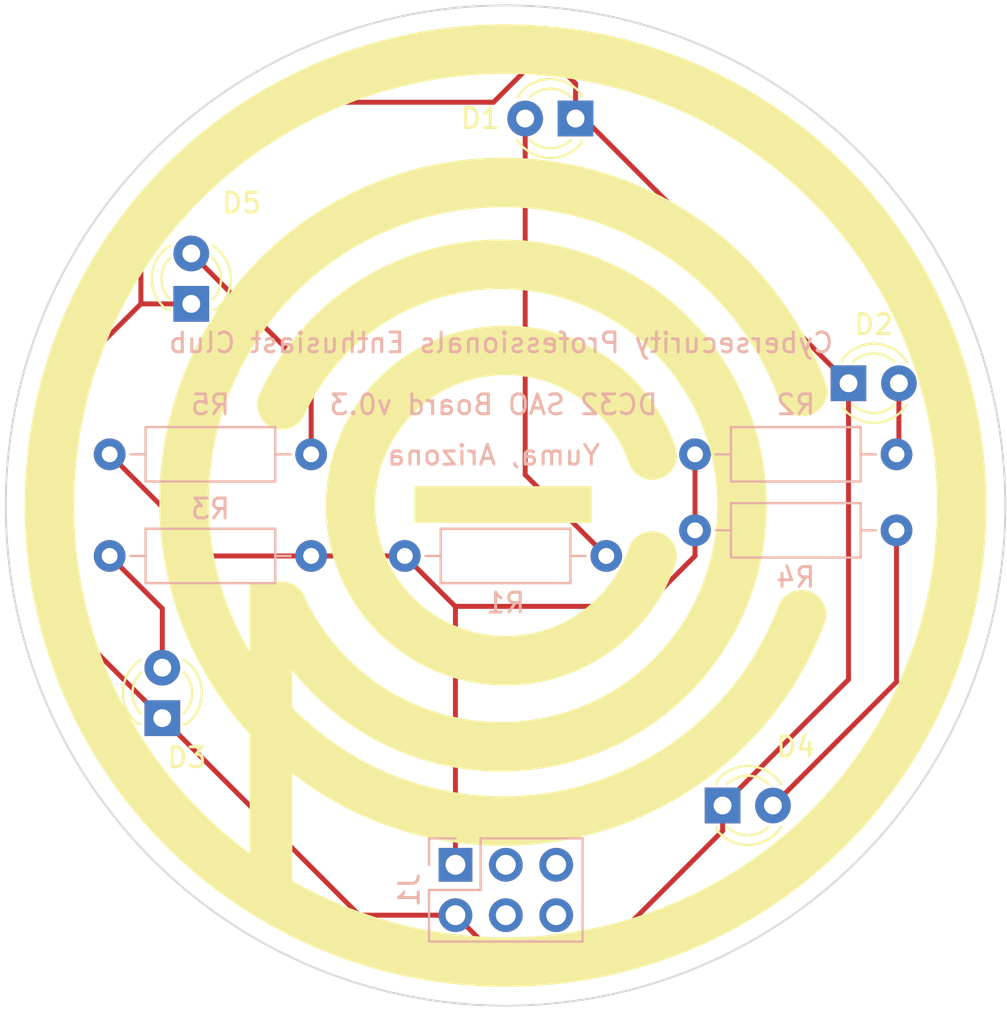
<source format=kicad_pcb>
(kicad_pcb (version 20211014) (generator pcbnew)
  (layers (0 "F.Cu" signal) (31 "B.Cu" signal) (34 "B.Paste" user) (35 "F.Paste" user) (36 "B.SilkS" user "B.Silkscreen") (37 "F.SilkS" user "F.Silkscreen") (38 "B.Mask" user) (39 "F.Mask" user) (44 "Edge.Cuts" user))
  (net 0 "")
  (net 1 "Net-(D1-Pad1)")
  (net 2 "Net-(D1-Pad2)")
  (net 3 "Net-(D2-Pad2)")
  (net 4 "Net-(D3-Pad2)")
  (net 5 "Net-(D4-Pad2)")
  (net 6 "Net-(D5-Pad2)")
  (net 7 "Net-(J1-Pad1)")
  (footprint "LED_THT:LED_D3.0mm" (layer "F.Cu") (at 139.82 70.04)
    (fp_text reference "D2" (at 1.27 -2.96) (layer "F.SilkS"))
    (fp_text value "LED")
    (fp_line (start -0.29 -1.236) (end -0.29 -1.08) (layer "F.SilkS") (width 0.12))
    (fp_line (start -0.29 1.08) (end -0.29 1.236) (layer "F.SilkS") (width 0.12))
    (fp_arc (start 2.942335 1.078608) (mid 1.366487 1.987659) (end -0.29 1.235516) (layer "F.SilkS") (width 0.12))
    (fp_arc (start 0.229039 -1.08) (mid 1.270117 -1.5) (end 2.31113 -1.079837) (layer "F.SilkS") (width 0.12))
    (fp_arc (start -0.29 -1.235516) (mid 1.366487 -1.987659) (end 2.942335 -1.078608) (layer "F.SilkS") (width 0.12))
    (fp_arc (start 2.31113 1.079837) (mid 1.270117 1.5) (end 0.229039 1.08) (layer "F.SilkS") (width 0.12))
    (pad "1" thru_hole rect (at 0 0) (size 1.8 1.8) (drill 0.9) (layers *.Cu *.Mask) (net 1 "Net-(D1-Pad1)"))
    (pad "2" thru_hole circle (at 2.54 0) (size 1.8 1.8) (drill 0.9) (layers *.Cu *.Mask) (net 3 "Net-(D2-Pad2)"))
  )
  (footprint "LED_THT:LED_D3.0mm" (layer "F.Cu") (at 106.68 66.04 90)
    (fp_text reference "D5" (at 5.08 2.54 180) (layer "F.SilkS"))
    (fp_text value "LED")
    (fp_line (start -0.29 1.08) (end -0.29 1.236) (layer "F.SilkS") (width 0.12))
    (fp_line (start -0.29 -1.236) (end -0.29 -1.08) (layer "F.SilkS") (width 0.12))
    (fp_arc (start 0.229039 -1.08) (mid 1.270117 -1.5) (end 2.31113 -1.079837) (layer "F.SilkS") (width 0.12))
    (fp_arc (start 2.942335 1.078608) (mid 1.366487 1.987659) (end -0.29 1.235516) (layer "F.SilkS") (width 0.12))
    (fp_arc (start -0.29 -1.235516) (mid 1.366487 -1.987659) (end 2.942335 -1.078608) (layer "F.SilkS") (width 0.12))
    (fp_arc (start 2.31113 1.079837) (mid 1.270117 1.5) (end 0.229039 1.08) (layer "F.SilkS") (width 0.12))
    (pad "1" thru_hole rect (at 0 0 90) (size 1.8 1.8) (drill 0.9) (layers *.Cu *.Mask) (net 1 "Net-(D1-Pad1)"))
    (pad "2" thru_hole circle (at 2.54 0 90) (size 1.8 1.8) (drill 0.9) (layers *.Cu *.Mask) (net 6 "Net-(D5-Pad2)"))
  )
  (footprint "LED_THT:LED_D3.0mm" (layer "F.Cu") (at 105.22 86.910961 90)
    (fp_text reference "D3" (at -1.989039 1.236 180) (layer "F.SilkS"))
    (fp_text value "LED")
    (fp_line (start -0.29 1.08) (end -0.29 1.236) (layer "F.SilkS") (width 0.12))
    (fp_line (start -0.29 -1.236) (end -0.29 -1.08) (layer "F.SilkS") (width 0.12))
    (fp_arc (start 2.31113 1.079837) (mid 1.270117 1.5) (end 0.229039 1.08) (layer "F.SilkS") (width 0.12))
    (fp_arc (start 2.942335 1.078608) (mid 1.366487 1.987659) (end -0.29 1.235516) (layer "F.SilkS") (width 0.12))
    (fp_arc (start 0.229039 -1.08) (mid 1.270117 -1.5) (end 2.31113 -1.079837) (layer "F.SilkS") (width 0.12))
    (fp_arc (start -0.29 -1.235516) (mid 1.366487 -1.987659) (end 2.942335 -1.078608) (layer "F.SilkS") (width 0.12))
    (pad "1" thru_hole rect (at 0 0 90) (size 1.8 1.8) (drill 0.9) (layers *.Cu *.Mask) (net 1 "Net-(D1-Pad1)"))
    (pad "2" thru_hole circle (at 2.54 0 90) (size 1.8 1.8) (drill 0.9) (layers *.Cu *.Mask) (net 4 "Net-(D3-Pad2)"))
  )
  (footprint "LED_THT:LED_D3.0mm" (layer "F.Cu") (at 133.47 91.314014)
    (fp_text reference "D4" (at 3.69 -2.96) (layer "F.SilkS"))
    (fp_text value "LED")
    (fp_line (start -0.29 -1.236) (end -0.29 -1.08) (layer "F.SilkS") (width 0.12))
    (fp_line (start -0.29 1.08) (end -0.29 1.236) (layer "F.SilkS") (width 0.12))
    (fp_arc (start 2.31113 1.079837) (mid 1.270117 1.5) (end 0.229039 1.08) (layer "F.SilkS") (width 0.12))
    (fp_arc (start 0.229039 -1.08) (mid 1.270117 -1.5) (end 2.31113 -1.079837) (layer "F.SilkS") (width 0.12))
    (fp_arc (start 2.942335 1.078608) (mid 1.366487 1.987659) (end -0.29 1.235516) (layer "F.SilkS") (width 0.12))
    (fp_arc (start -0.29 -1.235516) (mid 1.366487 -1.987659) (end 2.942335 -1.078608) (layer "F.SilkS") (width 0.12))
    (pad "1" thru_hole rect (at 0 0) (size 1.8 1.8) (drill 0.9) (layers *.Cu *.Mask) (net 1 "Net-(D1-Pad1)"))
    (pad "2" thru_hole circle (at 2.54 0) (size 1.8 1.8) (drill 0.9) (layers *.Cu *.Mask) (net 5 "Net-(D4-Pad2)"))
  )
  (footprint "LED_THT:LED_D3.0mm" (layer "F.Cu") (at 126.056156 56.70143 180)
    (fp_text reference "D1" (at 4.796535 0) (layer "F.SilkS"))
    (fp_text value "LED")
    (fp_line (start -0.29 -1.236) (end -0.29 -1.08) (layer "F.SilkS") (width 0.12))
    (fp_line (start -0.29 1.08) (end -0.29 1.236) (layer "F.SilkS") (width 0.12))
    (fp_arc (start -0.29 -1.235516) (mid 1.366487 -1.987659) (end 2.942335 -1.078608) (layer "F.SilkS") (width 0.12))
    (fp_arc (start 2.31113 1.079837) (mid 1.270117 1.5) (end 0.229039 1.08) (layer "F.SilkS") (width 0.12))
    (fp_arc (start 0.229039 -1.08) (mid 1.270117 -1.5) (end 2.31113 -1.079837) (layer "F.SilkS") (width 0.12))
    (fp_arc (start 2.942335 1.078608) (mid 1.366487 1.987659) (end -0.29 1.235516) (layer "F.SilkS") (width 0.12))
    (pad "1" thru_hole rect (at 0 0 180) (size 1.8 1.8) (drill 0.9) (layers *.Cu *.Mask) (net 1 "Net-(D1-Pad1)"))
    (pad "2" thru_hole circle (at 2.54 0 180) (size 1.8 1.8) (drill 0.9) (layers *.Cu *.Mask) (net 2 "Net-(D1-Pad2)"))
  )
  (footprint "Resistor_THT:R_Axial_DIN0207_L6.3mm_D2.5mm_P10.16mm_Horizontal" (layer "B.Cu") (at 102.565 73.62)
    (fp_text reference "R5" (at 5.08 -2.5) (layer "B.SilkS") (effects (justify mirror)))
    (fp_text value "62")
    (fp_line (start 9.12 0) (end 8.35 0) (layer "B.SilkS") (width 0.12))
    (fp_line (start 1.04 0) (end 1.81 0) (layer "B.SilkS") (width 0.12))
    (fp_line (start 8.35 1.37) (end 1.81 1.37) (layer "B.SilkS") (width 0.12))
    (fp_line (start 1.81 -1.37) (end 8.35 -1.37) (layer "B.SilkS") (width 0.12))
    (fp_line (start 8.35 -1.37) (end 8.35 1.37) (layer "B.SilkS") (width 0.12))
    (fp_line (start 1.81 1.37) (end 1.81 -1.37) (layer "B.SilkS") (width 0.12))
    (pad "1" thru_hole circle (at 0 0) (size 1.6 1.6) (drill 0.8) (layers *.Cu *.Mask) (net 7 "Net-(J1-Pad1)"))
    (pad "2" thru_hole oval (at 10.16 0) (size 1.6 1.6) (drill 0.8) (layers *.Cu *.Mask) (net 6 "Net-(D5-Pad2)"))
  )
  (footprint "Resistor_THT:R_Axial_DIN0207_L6.3mm_D2.5mm_P10.16mm_Horizontal" (layer "B.Cu") (at 132.08 73.62)
    (fp_text reference "R2" (at 5.08 -2.5) (layer "B.SilkS") (effects (justify mirror)))
    (fp_text value "62")
    (fp_line (start 8.35 1.37) (end 1.81 1.37) (layer "B.SilkS") (width 0.12))
    (fp_line (start 1.81 -1.37) (end 8.35 -1.37) (layer "B.SilkS") (width 0.12))
    (fp_line (start 8.35 -1.37) (end 8.35 1.37) (layer "B.SilkS") (width 0.12))
    (fp_line (start 1.81 1.37) (end 1.81 -1.37) (layer "B.SilkS") (width 0.12))
    (fp_line (start 9.12 0) (end 8.35 0) (layer "B.SilkS") (width 0.12))
    (fp_line (start 1.04 0) (end 1.81 0) (layer "B.SilkS") (width 0.12))
    (pad "1" thru_hole circle (at 0 0) (size 1.6 1.6) (drill 0.8) (layers *.Cu *.Mask) (net 7 "Net-(J1-Pad1)"))
    (pad "2" thru_hole oval (at 10.16 0) (size 1.6 1.6) (drill 0.8) (layers *.Cu *.Mask) (net 3 "Net-(D2-Pad2)"))
  )
  (footprint "Resistor_THT:R_Axial_DIN0207_L6.3mm_D2.5mm_P10.16mm_Horizontal" (layer "B.Cu") (at 112.725 78.74 180)
    (fp_text reference "R3" (at 5.08 2.37) (layer "B.SilkS") (effects (justify mirror)))
    (fp_text value "62")
    (fp_line (start 1.04 0) (end 1.81 0) (layer "B.SilkS") (width 0.12))
    (fp_line (start 1.81 -1.37) (end 8.35 -1.37) (layer "B.SilkS") (width 0.12))
    (fp_line (start 8.35 -1.37) (end 8.35 1.37) (layer "B.SilkS") (width 0.12))
    (fp_line (start 8.35 1.37) (end 1.81 1.37) (layer "B.SilkS") (width 0.12))
    (fp_line (start 9.12 0) (end 8.35 0) (layer "B.SilkS") (width 0.12))
    (fp_line (start 1.81 1.37) (end 1.81 -1.37) (layer "B.SilkS") (width 0.12))
    (pad "1" thru_hole circle (at 0 0 180) (size 1.6 1.6) (drill 0.8) (layers *.Cu *.Mask) (net 7 "Net-(J1-Pad1)"))
    (pad "2" thru_hole oval (at 10.16 0 180) (size 1.6 1.6) (drill 0.8) (layers *.Cu *.Mask) (net 4 "Net-(D3-Pad2)"))
  )
  (footprint "Resistor_THT:R_Axial_DIN0207_L6.3mm_D2.5mm_P10.16mm_Horizontal" (layer "B.Cu") (at 132.08 77.45)
    (fp_text reference "R4" (at 5.08 2.37) (layer "B.SilkS") (effects (justify mirror)))
    (fp_text value "62")
    (fp_line (start 9.12 0) (end 8.35 0) (layer "B.SilkS") (width 0.12))
    (fp_line (start 1.81 -1.37) (end 8.35 -1.37) (layer "B.SilkS") (width 0.12))
    (fp_line (start 8.35 1.37) (end 1.81 1.37) (layer "B.SilkS") (width 0.12))
    (fp_line (start 8.35 -1.37) (end 8.35 1.37) (layer "B.SilkS") (width 0.12))
    (fp_line (start 1.81 1.37) (end 1.81 -1.37) (layer "B.SilkS") (width 0.12))
    (fp_line (start 1.04 0) (end 1.81 0) (layer "B.SilkS") (width 0.12))
    (pad "1" thru_hole circle (at 0 0) (size 1.6 1.6) (drill 0.8) (layers *.Cu *.Mask) (net 7 "Net-(J1-Pad1)"))
    (pad "2" thru_hole oval (at 10.16 0) (size 1.6 1.6) (drill 0.8) (layers *.Cu *.Mask) (net 5 "Net-(D4-Pad2)"))
  )
  (footprint "Resistor_THT:R_Axial_DIN0207_L6.3mm_D2.5mm_P10.16mm_Horizontal" (layer "B.Cu") (at 117.44627 78.74)
    (fp_text reference "R1" (at 5.08 2.37) (layer "B.SilkS") (effects (justify mirror)))
    (fp_text value "62")
    (fp_line (start 1.81 1.37) (end 1.81 -1.37) (layer "B.SilkS") (width 0.12))
    (fp_line (start 1.81 -1.37) (end 8.35 -1.37) (layer "B.SilkS") (width 0.12))
    (fp_line (start 1.04 0) (end 1.81 0) (layer "B.SilkS") (width 0.12))
    (fp_line (start 8.35 1.37) (end 1.81 1.37) (layer "B.SilkS") (width 0.12))
    (fp_line (start 9.12 0) (end 8.35 0) (layer "B.SilkS") (width 0.12))
    (fp_line (start 8.35 -1.37) (end 8.35 1.37) (layer "B.SilkS") (width 0.12))
    (pad "1" thru_hole circle (at 0 0) (size 1.6 1.6) (drill 0.8) (layers *.Cu *.Mask) (net 7 "Net-(J1-Pad1)"))
    (pad "2" thru_hole oval (at 10.16 0) (size 1.6 1.6) (drill 0.8) (layers *.Cu *.Mask) (net 2 "Net-(D1-Pad2)"))
  )
  (footprint "Connector_PinHeader_2.54mm:PinHeader_2x03_P2.54mm_Vertical" (layer "B.Cu") (at 120 94.3 -90)
    (fp_text reference "J1" (at 1.27 2.33 90) (layer "B.SilkS") (effects (justify mirror)))
    (fp_text value "Conn_01x06_Male")
    (fp_line (start -1.33 -6.41) (end 3.87 -6.41) (layer "B.SilkS") (width 0.12))
    (fp_line (start -1.33 0) (end -1.33 1.33) (layer "B.SilkS") (width 0.12))
    (fp_line (start -1.33 -1.27) (end 1.27 -1.27) (layer "B.SilkS") (width 0.12))
    (fp_line (start 1.27 1.33) (end 3.87 1.33) (layer "B.SilkS") (width 0.12))
    (fp_line (start -1.33 -1.27) (end -1.33 -6.41) (layer "B.SilkS") (width 0.12))
    (fp_line (start 3.87 1.33) (end 3.87 -6.41) (layer "B.SilkS") (width 0.12))
    (fp_line (start -1.33 1.33) (end 0 1.33) (layer "B.SilkS") (width 0.12))
    (fp_line (start 1.27 -1.27) (end 1.27 1.33) (layer "B.SilkS") (width 0.12))
    (pad "1" thru_hole rect (at 0 0 270) (size 1.7 1.7) (drill 1) (layers *.Cu *.Mask) (net 7 "Net-(J1-Pad1)"))
    (pad "2" thru_hole oval (at 2.54 0 270) (size 1.7 1.7) (drill 1) (layers *.Cu *.Mask) (net 1 "Net-(D1-Pad1)"))
    (pad "3" thru_hole oval (at 0 -2.54 270) (size 1.7 1.7) (drill 1) (layers *.Cu *.Mask))
    (pad "4" thru_hole oval (at 2.54 -2.54 270) (size 1.7 1.7) (drill 1) (layers *.Cu *.Mask))
    (pad "5" thru_hole oval (at 0 -5.08 270) (size 1.7 1.7) (drill 1) (layers *.Cu *.Mask))
    (pad "6" thru_hole oval (at 2.54 -5.08 270) (size 1.7 1.7) (drill 1) (layers *.Cu *.Mask))
  )
  (gr_circle (center 122.52627 76.2) (end 145.52627 76.2) (layer "F.SilkS") (width 2.5) (fill none))
  (gr_arc (start 137.45 81.7) (mid 106.315255 75.938792) (end 137.5 70.454677) (layer "F.SilkS") (width 2.5))
  (gr_rect (start 114.3 86.36) (end 114.3 86.36) (layer "F.SilkS") (width 0.15) (fill none))
  (gr_arc (start 111.25 71.12) (mid 134.447358 76.2) (end 111.25 81.28) (layer "F.SilkS") (width 2.5))
  (gr_rect (start 109.7 96.3) (end 111.7 80.17) (layer "F.SilkS") (width 0.15) (fill solid))
  (gr_circle (center 144.78 78.74) (end 144.78 78.74) (layer "F.SilkS") (width 0.15) (fill none))
  (gr_rect (start 118 75.3) (end 126.8 77) (layer "F.SilkS") (width 0.15) (fill solid))
  (gr_circle (center 144.78 78.74) (end 144.78 78.74) (layer "F.SilkS") (width 0.15) (fill none))
  (gr_arc (start 129.92 78.74) (mid 114.70842 76.2) (end 129.92 73.66) (layer "F.SilkS") (width 2.5))
  (gr_circle (center 122.52627 76.2) (end 147.72627 76.2) (layer "Edge.Cuts") (width 0.1) (fill none))
  (gr_text "DC32 SAO Board v0.3" (at 121.92 71.12) (layer "B.SilkS") (effects (font (size 1 1)) (justify mirror)))
  (gr_text "Yuma, Arizona" (at 121.92 73.66) (layer "B.SilkS") (effects (font (size 1 1)) (justify mirror)))
  (gr_text "Cybersecurity Professionals Enthusiast Club " (at 121.92 68) (layer "B.SilkS") (effects (font (size 1 1)) (justify mirror)))
  (segment (start 133.47 91.314014) (end 133.47 92.59) (width 0.25) (layer "F.Cu") (net 1))
  (segment (start 127 99.06) (end 122.22 99.06) (width 0.25) (layer "F.Cu") (net 1))
  (segment (start 139.82 84.964014) (end 133.47 91.314014) (width 0.25) (layer "F.Cu") (net 1))
  (segment (start 99.06 71.12) (end 104.14 66.04) (width 0.25) (layer "F.Cu") (net 1))
  (segment (start 111.76 55.88) (end 121.92 55.88) (width 0.25) (layer "F.Cu") (net 1))
  (segment (start 124.46 53.34) (end 126.056156 54.936156) (width 0.25) (layer "F.Cu") (net 1))
  (segment (start 99.06 80.750961) (end 99.06 71.12) (width 0.25) (layer "F.Cu") (net 1))
  (segment (start 126.056156 56.70143) (end 126.48143 56.70143) (width 0.25) (layer "F.Cu") (net 1))
  (segment (start 104.14 63.5) (end 111.76 55.88) (width 0.25) (layer "F.Cu") (net 1))
  (segment (start 115.149039 96.84) (end 105.22 86.910961) (width 0.25) (layer "F.Cu") (net 1))
  (segment (start 133.47 92.59) (end 127 99.06) (width 0.25) (layer "F.Cu") (net 1))
  (segment (start 121.92 55.88) (end 124.46 53.34) (width 0.25) (layer "F.Cu") (net 1))
  (segment (start 120 96.84) (end 115.149039 96.84) (width 0.25) (layer "F.Cu") (net 1))
  (segment (start 126.056156 54.936156) (end 126.056156 56.70143) (width 0.25) (layer "F.Cu") (net 1))
  (segment (start 104.14 66.04) (end 106.68 66.04) (width 0.25) (layer "F.Cu") (net 1))
  (segment (start 126.48143 56.70143) (end 139.82 70.04) (width 0.25) (layer "F.Cu") (net 1))
  (segment (start 105.22 86.910961) (end 99.06 80.750961) (width 0.25) (layer "F.Cu") (net 1))
  (segment (start 104.14 66.04) (end 104.14 63.5) (width 0.25) (layer "F.Cu") (net 1))
  (segment (start 139.82 70.04) (end 139.82 84.964014) (width 0.25) (layer "F.Cu") (net 1))
  (segment (start 122.22 99.06) (end 120 96.84) (width 0.25) (layer "F.Cu") (net 1))
  (segment (start 123.516156 56.70143) (end 123.516156 74.649886) (width 0.25) (layer "F.Cu") (net 2))
  (segment (start 123.516156 74.649886) (end 127.60627 78.74) (width 0.25) (layer "F.Cu") (net 2))
  (segment (start 142.24 73.66) (end 142.24 73.62) (width 0.25) (layer "F.Cu") (net 3))
  (segment (start 142.36 73.54) (end 142.24 73.66) (width 0.25) (layer "F.Cu") (net 3))
  (segment (start 142.36 70.04) (end 142.36 73.54) (width 0.25) (layer "F.Cu") (net 3))
  (segment (start 105.22 84.370961) (end 105.22 81.395) (width 0.25) (layer "F.Cu") (net 4))
  (segment (start 105.22 81.395) (end 102.565 78.74) (width 0.25) (layer "F.Cu") (net 4))
  (segment (start 142.24 77.45) (end 142.24 85.084014) (width 0.25) (layer "F.Cu") (net 5))
  (segment (start 142.24 85.084014) (end 136.01 91.314014) (width 0.25) (layer "F.Cu") (net 5))
  (segment (start 112.725 73.62) (end 112.725 69.545) (width 0.25) (layer "F.Cu") (net 6))
  (segment (start 112.725 69.545) (end 106.68 63.5) (width 0.25) (layer "F.Cu") (net 6))
  (segment (start 120 81.29373) (end 120 94.3) (width 0.25) (layer "F.Cu") (net 7))
  (segment (start 132.08 77.45) (end 132.08 78.74) (width 0.25) (layer "F.Cu") (net 7))
  (segment (start 132.08 78.74) (end 129.54 81.28) (width 0.25) (layer "F.Cu") (net 7))
  (segment (start 119.98627 81.28) (end 117.44627 78.74) (width 0.25) (layer "F.Cu") (net 7))
  (segment (start 112.725 78.74) (end 107.685 78.74) (width 0.25) (layer "F.Cu") (net 7))
  (segment (start 117.44627 78.74) (end 112.725 78.74) (width 0.25) (layer "F.Cu") (net 7))
  (segment (start 107.685 78.74) (end 102.565 73.62) (width 0.25) (layer "F.Cu") (net 7))
  (segment (start 119.98627 81.28) (end 120 81.29373) (width 0.25) (layer "F.Cu") (net 7))
  (segment (start 132.08 77.45) (end 132.08 73.62) (width 0.25) (layer "F.Cu") (net 7))
  (segment (start 129.54 81.28) (end 119.98627 81.28) (width 0.25) (layer "F.Cu") (net 7))
)
</source>
